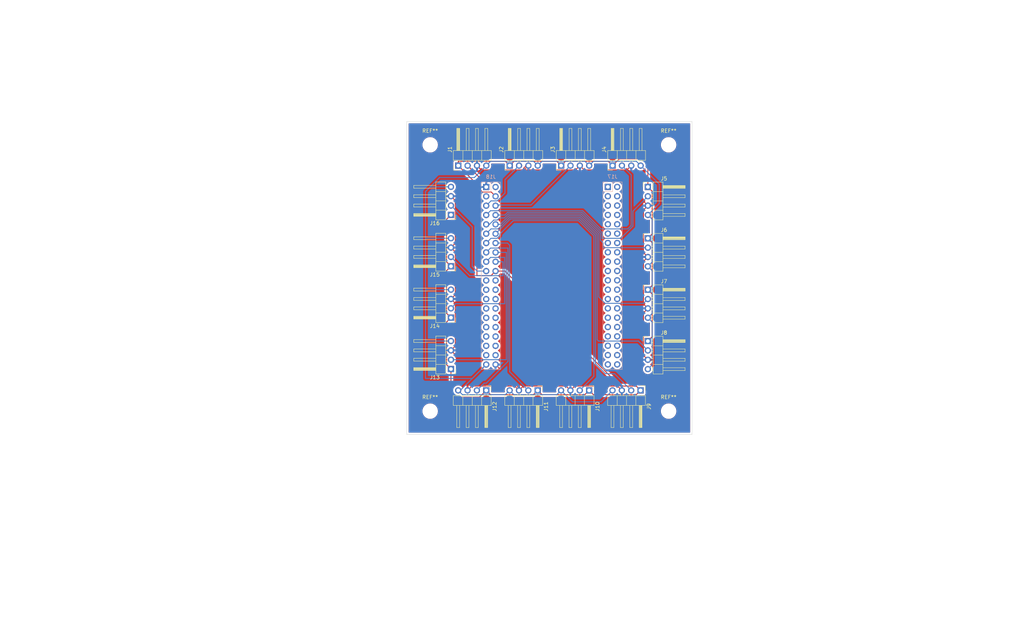
<source format=kicad_pcb>
(kicad_pcb (version 20211014) (generator pcbnew)
  (layers (0 "F.Cu" signal) (31 "B.Cu" signal) (34 "B.Paste" user) (35 "F.Paste" user) (36 "B.SilkS" user "B.Silkscreen") (37 "F.SilkS" user "F.Silkscreen") (38 "B.Mask" user) (39 "F.Mask" user) (44 "Edge.Cuts" user))
  (net 0 "")
  (net 1 "/CLK")
  (net 2 "/D1")
  (net 3 "/GND")
  (net 4 "/3V3")
  (net 5 "/D2")
  (net 6 "/D3")
  (net 7 "/D4")
  (net 8 "/D5")
  (net 9 "/D6")
  (net 10 "/D7")
  (net 11 "/D8")
  (net 12 "/D9")
  (net 13 "/D10")
  (net 14 "/D11")
  (net 15 "/D12")
  (net 16 "/D13")
  (net 17 "/D14")
  (net 18 "/D15")
  (net 19 "/D16")
  (footprint "MountingHole:MountingHole_3.2mm_M3_DIN965" (layer "F.Cu") (at 109.22 12.7)
    (fp_text reference "REF**" (at 0 -3.8) (layer "F.SilkS"))
    (fp_text value "MountingHole_3.2mm_M3_DIN965")
    (pad "" np_thru_hole circle (at 0 0) (size 3.2 3.2) (drill 3.2) (layers *.Cu *.Mask))
  )
  (footprint "MountingHole:MountingHole_3.2mm_M3_DIN965" (layer "F.Cu") (at 109.22 85.09)
    (fp_text reference "REF**" (at 0 -3.8) (layer "F.SilkS"))
    (fp_text value "MountingHole_3.2mm_M3_DIN965")
    (pad "" np_thru_hole circle (at 0 0) (size 3.2 3.2) (drill 3.2) (layers *.Cu *.Mask))
  )
  (footprint "MountingHole:MountingHole_3.2mm_M3_DIN965" (layer "F.Cu") (at 44.45 85.09)
    (fp_text reference "REF**" (at 0 -3.8) (layer "F.SilkS"))
    (fp_text value "MountingHole_3.2mm_M3_DIN965")
    (pad "" np_thru_hole circle (at 0 0) (size 3.2 3.2) (drill 3.2) (layers *.Cu *.Mask))
  )
  (footprint "Connector_PinHeader_2.54mm:PinHeader_1x04_P2.54mm_Horizontal" (layer "F.Cu") (at 101.59 79.445 -90)
    (fp_text reference "J9" (at 4.385 -2.27 90) (layer "F.SilkS"))
    (fp_text value "Conn_01x04")
    (pad "1" thru_hole rect (at 0 0 270) (size 1.7 1.7) (drill 1) (layers *.Cu *.Mask) (net 1 "/CLK"))
    (pad "2" thru_hole oval (at 0 2.54 270) (size 1.7 1.7) (drill 1) (layers *.Cu *.Mask) (net 12 "/D9"))
    (pad "3" thru_hole oval (at 0 5.08 270) (size 1.7 1.7) (drill 1) (layers *.Cu *.Mask) (net 3 "/GND"))
    (pad "4" thru_hole oval (at 0 7.62 270) (size 1.7 1.7) (drill 1) (layers *.Cu *.Mask) (net 4 "/3V3"))
  )
  (footprint "Connector_PinHeader_2.54mm:PinHeader_1x04_P2.54mm_Horizontal" (layer "F.Cu") (at 80.02 18.345 90)
    (fp_text reference "J3" (at 4.385 -2.27 90) (layer "F.SilkS"))
    (fp_text value "Conn_01x04")
    (pad "1" thru_hole rect (at 0 0 90) (size 1.7 1.7) (drill 1) (layers *.Cu *.Mask) (net 1 "/CLK"))
    (pad "2" thru_hole oval (at 0 2.54 90) (size 1.7 1.7) (drill 1) (layers *.Cu *.Mask) (net 6 "/D3"))
    (pad "3" thru_hole oval (at 0 5.08 90) (size 1.7 1.7) (drill 1) (layers *.Cu *.Mask) (net 3 "/GND"))
    (pad "4" thru_hole oval (at 0 7.62 90) (size 1.7 1.7) (drill 1) (layers *.Cu *.Mask) (net 4 "/3V3"))
  )
  (footprint "Connector_PinHeader_2.54mm:PinHeader_1x04_P2.54mm_Horizontal" (layer "F.Cu") (at 103.575 38.11)
    (fp_text reference "J6" (at 4.385 -2.27) (layer "F.SilkS"))
    (fp_text value "Conn_01x04")
    (pad "1" thru_hole rect (at 0 0) (size 1.7 1.7) (drill 1) (layers *.Cu *.Mask) (net 1 "/CLK"))
    (pad "2" thru_hole oval (at 0 2.54) (size 1.7 1.7) (drill 1) (layers *.Cu *.Mask) (net 9 "/D6"))
    (pad "3" thru_hole oval (at 0 5.08) (size 1.7 1.7) (drill 1) (layers *.Cu *.Mask) (net 3 "/GND"))
    (pad "4" thru_hole oval (at 0 7.62) (size 1.7 1.7) (drill 1) (layers *.Cu *.Mask) (net 4 "/3V3"))
  )
  (footprint "Connector_PinHeader_2.54mm:PinHeader_1x04_P2.54mm_Horizontal" (layer "F.Cu") (at 50.095 45.71 180)
    (fp_text reference "J15" (at 4.385 -2.27) (layer "F.SilkS"))
    (fp_text value "Conn_01x04")
    (pad "1" thru_hole rect (at 0 0 180) (size 1.7 1.7) (drill 1) (layers *.Cu *.Mask) (net 1 "/CLK"))
    (pad "2" thru_hole oval (at 0 2.54 180) (size 1.7 1.7) (drill 1) (layers *.Cu *.Mask) (net 18 "/D15"))
    (pad "3" thru_hole oval (at 0 5.08 180) (size 1.7 1.7) (drill 1) (layers *.Cu *.Mask) (net 3 "/GND"))
    (pad "4" thru_hole oval (at 0 7.62 180) (size 1.7 1.7) (drill 1) (layers *.Cu *.Mask) (net 4 "/3V3"))
  )
  (footprint "Connector_PinHeader_2.54mm:PinHeader_1x04_P2.54mm_Horizontal" (layer "F.Cu") (at 103.575 52.08)
    (fp_text reference "J7" (at 4.385 -2.27) (layer "F.SilkS"))
    (fp_text value "Conn_01x04")
    (pad "1" thru_hole rect (at 0 0) (size 1.7 1.7) (drill 1) (layers *.Cu *.Mask) (net 1 "/CLK"))
    (pad "2" thru_hole oval (at 0 2.54) (size 1.7 1.7) (drill 1) (layers *.Cu *.Mask) (net 10 "/D7"))
    (pad "3" thru_hole oval (at 0 5.08) (size 1.7 1.7) (drill 1) (layers *.Cu *.Mask) (net 3 "/GND"))
    (pad "4" thru_hole oval (at 0 7.62) (size 1.7 1.7) (drill 1) (layers *.Cu *.Mask) (net 4 "/3V3"))
  )
  (footprint "Connector_PinHeader_2.54mm:PinHeader_1x04_P2.54mm_Horizontal" (layer "F.Cu") (at 50.095 31.74 180)
    (fp_text reference "J16" (at 4.385 -2.27) (layer "F.SilkS"))
    (fp_text value "Conn_01x04")
    (pad "1" thru_hole rect (at 0 0 180) (size 1.7 1.7) (drill 1) (layers *.Cu *.Mask) (net 1 "/CLK"))
    (pad "2" thru_hole oval (at 0 2.54 180) (size 1.7 1.7) (drill 1) (layers *.Cu *.Mask) (net 19 "/D16"))
    (pad "3" thru_hole oval (at 0 5.08 180) (size 1.7 1.7) (drill 1) (layers *.Cu *.Mask) (net 3 "/GND"))
    (pad "4" thru_hole oval (at 0 7.62 180) (size 1.7 1.7) (drill 1) (layers *.Cu *.Mask) (net 4 "/3V3"))
  )
  (footprint "Connector_PinHeader_2.54mm:PinHeader_1x04_P2.54mm_Horizontal" (layer "F.Cu") (at 50.095 73.65 180)
    (fp_text reference "J13" (at 4.385 -2.27) (layer "F.SilkS"))
    (fp_text value "Conn_01x04")
    (pad "1" thru_hole rect (at 0 0 180) (size 1.7 1.7) (drill 1) (layers *.Cu *.Mask) (net 1 "/CLK"))
    (pad "2" thru_hole oval (at 0 2.54 180) (size 1.7 1.7) (drill 1) (layers *.Cu *.Mask) (net 16 "/D13"))
    (pad "3" thru_hole oval (at 0 5.08 180) (size 1.7 1.7) (drill 1) (layers *.Cu *.Mask) (net 3 "/GND"))
    (pad "4" thru_hole oval (at 0 7.62 180) (size 1.7 1.7) (drill 1) (layers *.Cu *.Mask) (net 4 "/3V3"))
  )
  (footprint "Connector_PinHeader_2.54mm:PinHeader_1x04_P2.54mm_Horizontal" (layer "F.Cu") (at 66.05 18.345 90)
    (fp_text reference "J2" (at 4.385 -2.27 90) (layer "F.SilkS"))
    (fp_text value "Conn_01x04")
    (pad "1" thru_hole rect (at 0 0 90) (size 1.7 1.7) (drill 1) (layers *.Cu *.Mask) (net 1 "/CLK"))
    (pad "2" thru_hole oval (at 0 2.54 90) (size 1.7 1.7) (drill 1) (layers *.Cu *.Mask) (net 5 "/D2"))
    (pad "3" thru_hole oval (at 0 5.08 90) (size 1.7 1.7) (drill 1) (layers *.Cu *.Mask) (net 3 "/GND"))
    (pad "4" thru_hole oval (at 0 7.62 90) (size 1.7 1.7) (drill 1) (layers *.Cu *.Mask) (net 4 "/3V3"))
  )
  (footprint "Connector_PinHeader_2.54mm:PinHeader_1x04_P2.54mm_Horizontal" (layer "F.Cu") (at 50.095 59.68 180)
    (fp_text reference "J14" (at 4.385 -2.27) (layer "F.SilkS"))
    (fp_text value "Conn_01x04")
    (pad "1" thru_hole rect (at 0 0 180) (size 1.7 1.7) (drill 1) (layers *.Cu *.Mask) (net 1 "/CLK"))
    (pad "2" thru_hole oval (at 0 2.54 180) (size 1.7 1.7) (drill 1) (layers *.Cu *.Mask) (net 17 "/D14"))
    (pad "3" thru_hole oval (at 0 5.08 180) (size 1.7 1.7) (drill 1) (layers *.Cu *.Mask) (net 3 "/GND"))
    (pad "4" thru_hole oval (at 0 7.62 180) (size 1.7 1.7) (drill 1) (layers *.Cu *.Mask) (net 4 "/3V3"))
  )
  (footprint "Connector_PinHeader_2.54mm:PinHeader_1x04_P2.54mm_Horizontal" (layer "F.Cu") (at 103.575 66.05)
    (fp_text reference "J8" (at 4.385 -2.27) (layer "F.SilkS"))
    (fp_text value "Conn_01x04")
    (pad "1" thru_hole rect (at 0 0) (size 1.7 1.7) (drill 1) (layers *.Cu *.Mask) (net 1 "/CLK"))
    (pad "2" thru_hole oval (at 0 2.54) (size 1.7 1.7) (drill 1) (layers *.Cu *.Mask) (net 11 "/D8"))
    (pad "3" thru_hole oval (at 0 5.08) (size 1.7 1.7) (drill 1) (layers *.Cu *.Mask) (net 3 "/GND"))
    (pad "4" thru_hole oval (at 0 7.62) (size 1.7 1.7) (drill 1) (layers *.Cu *.Mask) (net 4 "/3V3"))
  )
  (footprint "Connector_PinHeader_2.54mm:PinHeader_1x04_P2.54mm_Horizontal" (layer "F.Cu") (at 103.575 24.14)
    (fp_text reference "J5" (at 4.385 -2.27) (layer "F.SilkS"))
    (fp_text value "Conn_01x04")
    (pad "1" thru_hole rect (at 0 0) (size 1.7 1.7) (drill 1) (layers *.Cu *.Mask) (net 1 "/CLK"))
    (pad "2" thru_hole oval (at 0 2.54) (size 1.7 1.7) (drill 1) (layers *.Cu *.Mask) (net 8 "/D5"))
    (pad "3" thru_hole oval (at 0 5.08) (size 1.7 1.7) (drill 1) (layers *.Cu *.Mask) (net 3 "/GND"))
    (pad "4" thru_hole oval (at 0 7.62) (size 1.7 1.7) (drill 1) (layers *.Cu *.Mask) (net 4 "/3V3"))
  )
  (footprint "Connector_PinHeader_2.54mm:PinHeader_1x04_P2.54mm_Horizontal" (layer "F.Cu") (at 93.99 18.345 90)
    (fp_text reference "J4" (at 4.385 -2.27 90) (layer "F.SilkS"))
    (fp_text value "Conn_01x04")
    (pad "1" thru_hole rect (at 0 0 90) (size 1.7 1.7) (drill 1) (layers *.Cu *.Mask) (net 1 "/CLK"))
    (pad "2" thru_hole oval (at 0 2.54 90) (size 1.7 1.7) (drill 1) (layers *.Cu *.Mask) (net 7 "/D4"))
    (pad "3" thru_hole oval (at 0 5.08 90) (size 1.7 1.7) (drill 1) (layers *.Cu *.Mask) (net 3 "/GND"))
    (pad "4" thru_hole oval (at 0 7.62 90) (size 1.7 1.7) (drill 1) (layers *.Cu *.Mask) (net 4 "/3V3"))
  )
  (footprint "Connector_PinHeader_2.54mm:PinHeader_1x04_P2.54mm_Horizontal" (layer "F.Cu") (at 52.08 18.345 90)
    (fp_text reference "J1" (at 4.385 -2.27 90) (layer "F.SilkS"))
    (fp_text value "Conn_01x04")
    (pad "1" thru_hole rect (at 0 0 90) (size 1.7 1.7) (drill 1) (layers *.Cu *.Mask) (net 1 "/CLK"))
    (pad "2" thru_hole oval (at 0 2.54 90) (size 1.7 1.7) (drill 1) (layers *.Cu *.Mask) (net 2 "/D1"))
    (pad "3" thru_hole oval (at 0 5.08 90) (size 1.7 1.7) (drill 1) (layers *.Cu *.Mask) (net 3 "/GND"))
    (pad "4" thru_hole oval (at 0 7.62 90) (size 1.7 1.7) (drill 1) (layers *.Cu *.Mask) (net 4 "/3V3"))
  )
  (footprint "Connector_PinHeader_2.54mm:PinHeader_1x04_P2.54mm_Horizontal" (layer "F.Cu") (at 87.62 79.445 -90)
    (fp_text reference "J10" (at 4.385 -2.27 90) (layer "F.SilkS"))
    (fp_text value "Conn_01x04")
    (pad "1" thru_hole rect (at 0 0 270) (size 1.7 1.7) (drill 1) (layers *.Cu *.Mask) (net 1 "/CLK"))
    (pad "2" thru_hole oval (at 0 2.54 270) (size 1.7 1.7) (drill 1) (layers *.Cu *.Mask) (net 13 "/D10"))
    (pad "3" thru_hole oval (at 0 5.08 270) (size 1.7 1.7) (drill 1) (layers *.Cu *.Mask) (net 3 "/GND"))
    (pad "4" thru_hole oval (at 0 7.62 270) (size 1.7 1.7) (drill 1) (layers *.Cu *.Mask) (net 4 "/3V3"))
  )
  (footprint "MountingHole:MountingHole_3.2mm_M3_DIN965" (layer "F.Cu") (at 44.45 12.7)
    (fp_text reference "REF**" (at 0 -3.8) (layer "F.SilkS"))
    (fp_text value "MountingHole_3.2mm_M3_DIN965")
    (pad "" np_thru_hole circle (at 0 0) (size 3.2 3.2) (drill 3.2) (layers *.Cu *.Mask))
  )
  (footprint "Connector_PinHeader_2.54mm:PinHeader_1x04_P2.54mm_Horizontal" (layer "F.Cu") (at 73.65 79.445 -90)
    (fp_text reference "J11" (at 4.385 -2.27 90) (layer "F.SilkS"))
    (fp_text value "Conn_01x04")
    (pad "1" thru_hole rect (at 0 0 270) (size 1.7 1.7) (drill 1) (layers *.Cu *.Mask) (net 1 "/CLK"))
    (pad "2" thru_hole oval (at 0 2.54 270) (size 1.7 1.7) (drill 1) (layers *.Cu *.Mask) (net 14 "/D11"))
    (pad "3" thru_hole oval (at 0 5.08 270) (size 1.7 1.7) (drill 1) (layers *.Cu *.Mask) (net 3 "/GND"))
    (pad "4" thru_hole oval (at 0 7.62 270) (size 1.7 1.7) (drill 1) (layers *.Cu *.Mask) (net 4 "/3V3"))
  )
  (footprint "Connector_PinHeader_2.54mm:PinHeader_1x04_P2.54mm_Horizontal" (layer "F.Cu") (at 59.68 79.445 -90)
    (fp_text reference "J12" (at 4.385 -2.27 90) (layer "F.SilkS"))
    (fp_text value "Conn_01x04")
    (pad "1" thru_hole rect (at 0 0 270) (size 1.7 1.7) (drill 1) (layers *.Cu *.Mask) (net 1 "/CLK"))
    (pad "2" thru_hole oval (at 0 2.54 270) (size 1.7 1.7) (drill 1) (layers *.Cu *.Mask) (net 15 "/D12"))
    (pad "3" thru_hole oval (at 0 5.08 270) (size 1.7 1.7) (drill 1) (layers *.Cu *.Mask) (net 3 "/GND"))
    (pad "4" thru_hole oval (at 0 7.62 270) (size 1.7 1.7) (drill 1) (layers *.Cu *.Mask) (net 4 "/3V3"))
  )
  (footprint "Connector_PinSocket_2.54mm:PinSocket_2x20_P2.54mm_Vertical" (layer "B.Cu") (at 59.67 24.16 180)
    (fp_text reference "J18" (at -1.27 2.77) (layer "B.SilkS") (effects (justify mirror)))
    (fp_text value "Conn_02x20_Odd_Even")
    (pad "1" thru_hole rect (at 0 0 180) (size 1.7 1.7) (drill 1) (layers *.Cu *.Mask) (net 3 "/GND"))
    (pad "2" thru_hole oval (at -2.54 0 180) (size 1.7 1.7) (drill 1) (layers *.Cu *.Mask))
    (pad "3" thru_hole oval (at 0 -2.54 180) (size 1.7 1.7) (drill 1) (layers *.Cu *.Mask))
    (pad "4" thru_hole oval (at -2.54 -2.54 180) (size 1.7 1.7) (drill 1) (layers *.Cu *.Mask) (net 2 "/D1"))
    (pad "5" thru_hole oval (at 0 -5.08 180) (size 1.7 1.7) (drill 1) (layers *.Cu *.Mask) (net 5 "/D2"))
    (pad "6" thru_hole oval (at -2.54 -5.08 180) (size 1.7 1.7) (drill 1) (layers *.Cu *.Mask) (net 6 "/D3"))
    (pad "7" thru_hole oval (at 0 -7.62 180) (size 1.7 1.7) (drill 1) (layers *.Cu *.Mask) (net 7 "/D4"))
    (pad "8" thru_hole oval (at -2.54 -7.62 180) (size 1.7 1.7) (drill 1) (layers *.Cu *.Mask) (net 8 "/D5"))
    (pad "9" thru_hole oval (at 0 -10.16 180) (size 1.7 1.7) (drill 1) (layers *.Cu *.Mask) (net 9 "/D6"))
    (pad "10" thru_hole oval (at -2.54 -10.16 180) (size 1.7 1.7) (drill 1) (layers *.Cu *.Mask) (net 10 "/D7"))
    (pad "11" thru_hole oval (at 0 -12.7 180) (size 1.7 1.7) (drill 1) (layers *.Cu *.Mask) (net 11 "/D8"))
    (pad "12" thru_hole oval (at -2.54 -12.7 180) (size 1.7 1.7) (drill 1) (layers *.Cu *.Mask) (net 12 "/D9"))
    (pad "13" thru_hole oval (at 0 -15.24 180) (size 1.7 1.7) (drill 1) (layers *.Cu *.Mask) (net 13 "/D10"))
    (pad "14" thru_hole oval (at -2.54 -15.24 180) (size 1.7 1.7) (drill 1) (layers *.Cu *.Mask) (net 14 "/D11"))
    (pad "15" thru_hole oval (at 0 -17.78 180) (size 1.7 1.7) (drill 1) (layers *.Cu *.Mask) (net 15 "/D12"))
    (pad "16" thru_hole oval (at -2.54 -17.78 180) (size 1.7 1.7) (drill 1) (layers *.Cu *.Mask) (net 16 "/D13"))
    (pad "17" thru_hole oval (at 0 -20.32 180) (size 1.7 1.7) (drill 1) (layers *.Cu *.Mask) (net 17 "/D14"))
    (pad "18" thru_hole oval (at -2.54 -20.32 180) (size 1.7 1.7) (drill 1) (layers *.Cu *.Mask) (net 18 "/D15"))
    (pad "19" thru_hole oval (at 0 -22.86 180) (size 1.7 1.7) (drill 1) (layers *.Cu *.Mask) (net 19 "/D16"))
    (pad "20" thru_hole oval (at -2.54 -22.86 180) (size 1.7 1.7) (drill 1) (layers *.Cu *.Mask) (net 1 "/CLK"))
    (pad "21" thru_hole oval (at 0 -25.4 180) (size 1.7 1.7) (drill 1) (layers *.Cu *.Mask))
    (pad "22" thru_hole oval (at -2.54 -25.4 180) (size 1.7 1.7) (drill 1) (layers *.Cu *.Mask))
    (pad "23" thru_hole oval (at 0 -27.94 180) (size 1.7 1.7) (drill 1) (layers *.Cu *.Mask))
    (pad "24" thru_hole oval (at -2.54 -27.94 180) (size 1.7 1.7) (drill 1) (layers *.Cu *.Mask))
    (pad "25" thru_hole oval (at 0 -30.48 180) (size 1.7 1.7) (drill 1) (layers *.Cu *.Mask))
    (pad "26" thru_hole oval (at -2.54 -30.48 180) (size 1.7 1.7) (drill 1) (layers *.Cu *.Mask))
    (pad "27" thru_hole oval (at 0 -33.02 180) (size 1.7 1.7) (drill 1) (layers *.Cu *.Mask))
    (pad "28" thru_hole oval (at -2.54 -33.02 180) (size 1.7 1.7) (drill 1) (layers *.Cu *.Mask))
    (pad "29" thru_hole oval (at 0 -35.56 180) (size 1.7 1.7) (drill 1) (layers *.Cu *.Mask))
    (pad "30" thru_hole oval (at -2.54 -35.56 180) (size 1.7 1.7) (drill 1) (layers *.Cu *.Mask))
    (pad "31" thru_hole oval (at 0 -38.1 180) (size 1.7 1.7) (drill 1) (layers *.Cu *.Mask))
    (pad "32" thru_hole oval (at -2.54 -38.1 180) (size 1.7 1.7) (drill 1) (layers *.Cu *.Mask))
    (pad "33" thru_hole oval (at 0 -40.64 180) (size 1.7 1.7) (drill 1) (layers *.Cu *.Mask))
    (pad "34" thru_hole oval (at -2.54 -40.64 180) (size 1.7 1.7) (drill 1) (layers *.Cu *.Mask))
    (pad "35" thru_hole oval (at 0 -43.18 180) (size 1.7 1.7) (drill 1) (layers *.Cu *.Mask))
    (pad "36" thru_hole oval (at -2.54 -43.18 180) (size 1.7 1.7) (drill 1) (layers *.Cu *.Mask))
    (pad "37" thru_hole oval (at 0 -45.72 180) (size 1.7 1.7) (drill 1) (layers *.Cu *.Mask))
    (pad "38" thru_hole oval (at -2.54 -45.72 180) (size 1.7 1.7) (drill 1) (layers *.Cu *.Mask))
    (pad "39" thru_hole oval (at 0 -48.26 180) (size 1.7 1.7) (drill 1) (layers *.Cu *.Mask) (net 4 "/3V3"))
    (pad "40" thru_hole oval (at -2.54 -48.26 180) (size 1.7 1.7) (drill 1) (layers *.Cu *.Mask) (net 3 "/GND"))
  )
  (footprint "Connector_PinSocket_2.54mm:PinSocket_2x20_P2.54mm_Vertical" (layer "B.Cu") (at 92.71 24.13 180)
    (fp_text reference "J17" (at -1.27 2.77) (layer "B.SilkS") (effects (justify mirror)))
    (fp_text value "Conn_02x20_Odd_Even")
    (pad "1" thru_hole rect (at 0 0 180) (size 1.7 1.7) (drill 1) (layers *.Cu *.Mask))
    (pad "2" thru_hole oval (at -2.54 0 180) (size 1.7 1.7) (drill 1) (layers *.Cu *.Mask))
    (pad "3" thru_hole oval (at 0 -2.54 180) (size 1.7 1.7) (drill 1) (layers *.Cu *.Mask))
    (pad "4" thru_hole oval (at -2.54 -2.54 180) (size 1.7 1.7) (drill 1) (layers *.Cu *.Mask))
    (pad "5" thru_hole oval (at 0 -5.08 180) (size 1.7 1.7) (drill 1) (layers *.Cu *.Mask))
    (pad "6" thru_hole oval (at -2.54 -5.08 180) (size 1.7 1.7) (drill 1) (layers *.Cu *.Mask))
    (pad "7" thru_hole oval (at 0 -7.62 180) (size 1.7 1.7) (drill 1) (layers *.Cu *.Mask))
    (pad "8" thru_hole oval (at -2.54 -7.62 180) (size 1.7 1.7) (drill 1) (layers *.Cu *.Mask))
    (pad "9" thru_hole oval (at 0 -10.16 180) (size 1.7 1.7) (drill 1) (layers *.Cu *.Mask))
    (pad "10" thru_hole oval (at -2.54 -10.16 180) (size 1.7 1.7) (drill 1) (layers *.Cu *.Mask))
    (pad "11" thru_hole oval (at 0 -12.7 180) (size 1.7 1.7) (drill 1) (layers *.Cu *.Mask))
    (pad "12" thru_hole oval (at -2.54 -12.7 180) (size 1.7 1.7) (drill 1) (layers *.Cu *.Mask))
    (pad "13" thru_hole oval (at 0 -15.24 180) (size 1.7 1.7) (drill 1) (layers *.Cu *.Mask))
    (pad "14" thru_hole oval (at -2.54 -15.24 180) (size 1.7 1.7) (drill 1) (layers *.Cu *.Mask))
    (pad "15" thru_hole oval (at 0 -17.78 180) (size 1.7 1.7) (drill 1) (layers *.Cu *.Mask))
    (pad "16" thru_hole oval (at -2.54 -17.78 180) (size 1.7 1.7) (drill 1) (layers *.Cu *.Mask))
    (pad "17" thru_hole oval (at 0 -20.32 180) (size 1.7 1.7) (drill 1) (layers *.Cu *.Mask))
    (pad "18" thru_hole oval (at -2.54 -20.32 180) (size 1.7 1.7) (drill 1) (layers *.Cu *.Mask))
    (pad "19" thru_hole oval (at 0 -22.86 180) (size 1.7 1.7) (drill 1) (layers *.Cu *.Mask))
    (pad "20" thru_hole oval (at -2.54 -22.86 180) (size 1.7 1.7) (drill 1) (layers *.Cu *.Mask))
    (pad "21" thru_hole oval (at 0 -25.4 180) (size 1.7 1.7) (drill 1) (layers *.Cu *.Mask))
    (pad "22" thru_hole oval (at -2.54 -25.4 180) (size 1.7 1.7) (drill 1) (layers *.Cu *.Mask))
    (pad "23" thru_hole oval (at 0 -27.94 180) (size 1.7 1.7) (drill 1) (layers *.Cu *.Mask))
    (pad "24" thru_hole oval (at -2.54 -27.94 180) (size 1.7 1.7) (drill 1) (layers *.Cu *.Mask))
    (pad "25" thru_hole oval (at 0 -30.48 180) (size 1.7 1.7) (drill 1) (layers *.Cu *.Mask))
    (pad "26" thru_hole oval (at -2.54 -30.48 180) (size 1.7 1.7) (drill 1) (layers *.Cu *.Mask))
    (pad "27" thru_hole oval (at 0 -33.02 180) (size 1.7 1.7) (drill 1) (layers *.Cu *.Mask))
    (pad "28" thru_hole oval (at -2.54 -33.02 180) (size 1.7 1.7) (drill 1) (layers *.Cu *.Mask))
    (pad "29" thru_hole oval (at 0 -35.56 180) (size 1.7 1.7) (drill 1) (layers *.Cu *.Mask))
    (pad "30" thru_hole oval (at -2.54 -35.56 180) (size 1.7 1.7) (drill 1) (layers *.Cu *.Mask))
    (pad "31" thru_hole oval (at 0 -38.1 180) (size 1.7 1.7) (drill 1) (layers *.Cu *.Mask))
    (pad "32" thru_hole oval (at -2.54 -38.1 180) (size 1.7 1.7) (drill 1) (layers *.Cu *.Mask))
    (pad "33" thru_hole oval (at 0 -40.64 180) (size 1.7 1.7) (drill 1) (layers *.Cu *.Mask))
    (pad "34" thru_hole oval (at -2.54 -40.64 180) (size 1.7 1.7) (drill 1) (layers *.Cu *.Mask))
    (pad "35" thru_hole oval (at 0 -43.18 180) (size 1.7 1.7) (drill 1) (layers *.Cu *.Mask))
    (pad "36" thru_hole oval (at -2.54 -43.18 180) (size 1.7 1.7) (drill 1) (layers *.Cu *.Mask))
    (pad "37" thru_hole oval (at 0 -45.72 180) (size 1.7 1.7) (drill 1) (layers *.Cu *.Mask))
    (pad "38" thru_hole oval (at -2.54 -45.72 180) (size 1.7 1.7) (drill 1) (layers *.Cu *.Mask))
    (pad "39" thru_hole oval (at 0 -48.26 180) (size 1.7 1.7) (drill 1) (layers *.Cu *.Mask))
    (pad "40" thru_hole oval (at -2.54 -48.26 180) (size 1.7 1.7) (drill 1) (layers *.Cu *.Mask))
  )
  (gr_line (start 38.1 91.44) (end 38.1 6.35) (layer "Edge.Cuts") (width 0.1))
  (gr_line (start 115.57 6.35) (end 115.57 91.44) (layer "Edge.Cuts") (width 0.1))
  (gr_line (start 38.1 6.35) (end 115.57 6.35) (layer "Edge.Cuts") (width 0.1))
  (gr_line (start 115.57 91.44) (end 38.1 91.44) (layer "Edge.Cuts") (width 0.1))
  (segment (start 52.155 17.17) (end 64.875 17.17) (width 0.25) (layer "F.Cu") (net 1))
  (segment (start 86.445 80.62) (end 87.62 79.445) (width 0.25) (layer "F.Cu") (net 1))
  (segment (start 60.855 80.62) (end 72.475 80.62) (width 0.25) (layer "F.Cu") (net 1))
  (segment (start 78.845 17.17) (end 67.225 17.17) (width 0.25) (layer "F.Cu") (net 1))
  (segment (start 48.92 58.505) (end 50.095 59.68) (width 0.25) (layer "F.Cu") (net 1))
  (segment (start 73.65 79.445) (end 74.825 80.62) (width 0.25) (layer "F.Cu") (net 1))
  (segment (start 57.845 81.28) (end 49.53 81.28) (width 0.25) (layer "F.Cu") (net 1))
  (segment (start 67.225 17.17) (end 66.05 18.345) (width 0.25) (layer "F.Cu") (net 1))
  (segment (start 88.795 80.62) (end 87.62 79.445) (width 0.25) (layer "F.Cu") (net 1))
  (segment (start 103.575 52.08) (end 104.75 50.905) (width 0.25) (layer "F.Cu") (net 1))
  (segment (start 103.575 24.14) (end 103.575 17.215) (width 0.25) (layer "F.Cu") (net 1))
  (segment (start 50.095 45.71) (end 48.92 46.885) (width 0.25) (layer "F.Cu") (net 1))
  (segment (start 104.75 36.935) (end 104.75 25.315) (width 0.25) (layer "F.Cu") (net 1))
  (segment (start 50.095 31.74) (end 48.92 32.915) (width 0.25) (layer "F.Cu") (net 1))
  (segment (start 101.59 79.445) (end 100.415 80.62) (width 0.25) (layer "F.Cu") (net 1))
  (segment (start 52.08 18.345) (end 52.08 17.245) (width 0.25) (layer "F.Cu") (net 1))
  (segment (start 74.825 80.62) (end 86.445 80.62) (width 0.25) (layer "F.Cu") (net 1))
  (segment (start 48.92 46.885) (end 48.92 58.505) (width 0.25) (layer "F.Cu") (net 1))
  (segment (start 104.75 39.285) (end 103.575 38.11) (width 0.25) (layer "F.Cu") (net 1))
  (segment (start 92.815 17.17) (end 81.195 17.17) (width 0.25) (layer "F.Cu") (net 1))
  (segment (start 93.99 18.345) (end 92.815 17.17) (width 0.25) (layer "F.Cu") (net 1))
  (segment (start 48.92 72.475) (end 50.095 73.65) (width 0.25) (layer "F.Cu") (net 1))
  (segment (start 59.68 79.445) (end 57.845 81.28) (width 0.25) (layer "F.Cu") (net 1))
  (segment (start 101.59 79.445) (end 100.415 78.27) (width 0.25) (layer "F.Cu") (net 1))
  (segment (start 95.825 16.51) (end 93.99 18.345) (width 0.25) (layer "F.Cu") (net 1))
  (segment (start 96.023299 78.27) (end 64.773299 47.02) (width 0.25) (layer "F.Cu") (net 1))
  (segment (start 64.875 17.17) (end 66.05 18.345) (width 0.25) (layer "F.Cu") (net 1))
  (segment (start 59.68 79.445) (end 60.855 80.62) (width 0.25) (layer "F.Cu") (net 1))
  (segment (start 48.92 60.855) (end 48.92 72.475) (width 0.25) (layer "F.Cu") (net 1))
  (segment (start 102.87 16.51) (end 95.825 16.51) (width 0.25) (layer "F.Cu") (net 1))
  (segment (start 50.095 59.68) (end 48.92 60.855) (width 0.25) (layer "F.Cu") (net 1))
  (segment (start 80.02 18.345) (end 78.845 17.17) (width 0.25) (layer "F.Cu") (net 1))
  (segment (start 60.97 48.26) (end 62.21 47.02) (width 0.25) (layer "F.Cu") (net 1))
  (segment (start 57.15 48.26) (end 60.97 48.26) (width 0.25) (layer "F.Cu") (net 1))
  (segment (start 49.53 81.28) (end 50.095 80.715) (width 0.25) (layer "F.Cu") (net 1))
  (segment (start 104.75 50.905) (end 104.75 39.285) (width 0.25) (layer "F.Cu") (net 1))
  (segment (start 81.195 17.17) (end 80.02 18.345) (width 0.25) (layer "F.Cu") (net 1))
  (segment (start 100.415 78.27) (end 96.023299 78.27) (width 0.25) (layer "F.Cu") (net 1))
  (segment (start 48.92 32.915) (end 48.92 44.535) (width 0.25) (layer "F.Cu") (net 1))
  (segment (start 103.575 66.05) (end 104.75 64.875) (width 0.25) (layer "F.Cu") (net 1))
  (segment (start 100.415 80.62) (end 88.795 80.62) (width 0.25) (layer "F.Cu") (net 1))
  (segment (start 52.08 17.245) (end 52.155 17.17) (width 0.25) (layer "F.Cu") (net 1))
  (segment (start 104.75 64.875) (end 104.75 53.255) (width 0.25) (layer "F.Cu") (net 1))
  (segment (start 64.773299 47.02) (end 62.21 47.02) (width 0.25) (layer "F.Cu") (net 1))
  (segment (start 104.75 25.315) (end 103.575 24.14) (width 0.25) (layer "F.Cu") (net 1))
  (segment (start 103.575 38.11) (end 104.75 36.935) (width 0.25) (layer "F.Cu") (net 1))
  (segment (start 50.095 80.715) (end 50.095 73.65) (width 0.25) (layer "F.Cu") (net 1))
  (segment (start 103.575 17.215) (end 102.87 16.51) (width 0.25) (layer "F.Cu") (net 1))
  (segment (start 48.92 44.535) (end 50.095 45.71) (width 0.25) (layer "F.Cu") (net 1))
  (segment (start 72.475 80.62) (end 73.65 79.445) (width 0.25) (layer "F.Cu") (net 1))
  (segment (start 104.75 53.255) (end 103.575 52.08) (width 0.25) (layer "F.Cu") (net 1))
  (segment (start 52.08 18.345) (end 57.15 23.415) (width 0.25) (layer "F.Cu") (net 1))
  (segment (start 57.15 23.415) (end 57.15 48.26) (width 0.25) (layer "F.Cu") (net 1))
  (segment (start 58.67 25.525) (end 57.599501 24.454501) (width 0.25) (layer "F.Cu") (net 2))
  (segment (start 57.599501 21.324501) (end 54.62 18.345) (width 0.25) (layer "F.Cu") (net 2))
  (segment (start 62.21 26.7) (end 61.035 25.525) (width 0.25) (layer "F.Cu") (net 2))
  (segment (start 61.035 25.525) (end 58.67 25.525) (width 0.25) (layer "F.Cu") (net 2))
  (segment (start 57.599501 24.454501) (end 57.599501 21.324501) (width 0.25) (layer "F.Cu") (net 2))
  (segment (start 103.575 43.19) (end 102.4 42.015) (width 0.25) (layer "F.Cu") (net 3))
  (segment (start 102.4 69.955) (end 103.575 71.13) (width 0.25) (layer "F.Cu") (net 3))
  (segment (start 103.575 57.16) (end 102.4 58.335) (width 0.25) (layer "F.Cu") (net 3))
  (segment (start 51.27 67.395) (end 51.27 55.775) (width 0.25) (layer "F.Cu") (net 3))
  (segment (start 51.27 55.775) (end 50.095 54.6) (width 0.25) (layer "F.Cu") (net 3))
  (segment (start 99.07 24.715) (end 103.575 29.22) (width 0.25) (layer "F.Cu") (net 3))
  (segment (start 96.51 79.445) (end 95.335 78.27) (width 0.25) (layer "F.Cu") (net 3))
  (segment (start 103.575 57.16) (end 102.4 55.985) (width 0.25) (layer "F.Cu") (net 3))
  (segment (start 70.32 19.52) (end 69.85 19.05) (width 0.25) (layer "F.Cu") (net 3))
  (segment (start 68.57 79.445) (end 69.745 78.27) (width 0.25) (layer "F.Cu") (net 3))
  (segment (start 95.335 78.27) (end 83.715 78.27) (width 0.25) (layer "F.Cu") (net 3))
  (segment (start 58.335 19.52) (end 57.16 18.345) (width 0.25) (layer "F.Cu") (net 3))
  (segment (start 69.85 19.05) (end 70.555 18.345) (width 0.25) (layer "F.Cu") (net 3))
  (segment (start 70.555 18.345) (end 71.13 18.345) (width 0.25) (layer "F.Cu") (net 3))
  (segment (start 59.67 20.855) (end 59.67 24.16) (width 0.25) (layer "F.Cu") (net 3))
  (segment (start 81.365 78.27) (end 82.54 79.445) (width 0.25) (layer "F.Cu") (net 3))
  (segment (start 102.4 55.985) (end 102.4 44.365) (width 0.25) (layer "F.Cu") (net 3))
  (segment (start 68.57 78.78) (end 68.57 79.445) (width 0.25) (layer "F.Cu") (net 3))
  (segment (start 51.27 41.805) (end 50.095 40.63) (width 0.25) (layer "F.Cu") (net 3))
  (segment (start 99.07 18.345) (end 97.895 19.52) (width 0.25) (layer "F.Cu") (net 3))
  (segment (start 62.21 72.42) (end 68.57 78.78) (width 0.25) (layer "F.Cu") (net 3))
  (segment (start 67.395 78.27) (end 68.57 79.445) (width 0.25) (layer "F.Cu") (net 3))
  (segment (start 97.895 19.52) (end 86.275 19.52) (width 0.25) (layer "F.Cu") (net 3))
  (segment (start 83.715 78.27) (end 82.54 79.445) (width 0.25) (layer "F.Cu") (net 3))
  (segment (start 102.4 44.365) (end 103.575 43.19) (width 0.25) (layer "F.Cu") (net 3))
  (segment (start 50.095 26.66) (end 51.27 27.835) (width 0.25) (layer "F.Cu") (net 3))
  (segment (start 51.27 39.455) (end 50.095 40.63) (width 0.25) (layer "F.Cu") (net 3))
  (segment (start 86.275 19.52) (end 85.1 18.345) (width 0.25) (layer "F.Cu") (net 3))
  (segment (start 69.955 19.52) (end 58.335 19.52) (width 0.25) (layer "F.Cu") (net 3))
  (segment (start 54.6 79.445) (end 55.775 78.27) (width 0.25) (layer "F.Cu") (net 3))
  (segment (start 99.07 18.345) (end 99.07 24.715) (width 0.25) (layer "F.Cu") (net 3))
  (segment (start 51.27 53.425) (end 51.27 41.805) (width 0.25) (layer "F.Cu") (net 3))
  (segment (start 50.095 68.57) (end 51.27 67.395) (width 0.25) (layer "F.Cu") (net 3))
  (segment (start 50.095 54.6) (end 51.27 53.425) (width 0.25) (layer "F.Cu") (net 3))
  (segment (start 71.13 18.345) (end 69.955 19.52) (width 0.25) (layer "F.Cu") (net 3))
  (segment (start 102.4 58.335) (end 102.4 69.955) (width 0.25) (layer "F.Cu") (net 3))
  (segment (start 85.1 18.345) (end 83.925 19.52) (width 0.25) (layer "F.Cu") (net 3))
  (segment (start 83.925 19.52) (end 70.32 19.52) (width 0.25) (layer "F.Cu") (net 3))
  (segment (start 51.27 27.835) (end 51.27 39.455) (width 0.25) (layer "F.Cu") (net 3))
  (segment (start 57.16 18.345) (end 59.67 20.855) (width 0.25) (layer "F.Cu") (net 3))
  (segment (start 54.6 73.075) (end 54.6 79.445) (width 0.25) (layer "F.Cu") (net 3))
  (segment (start 69.745 78.27) (end 81.365 78.27) (width 0.25) (layer "F.Cu") (net 3))
  (segment (start 102.4 42.015) (end 102.4 30.395) (width 0.25) (layer "F.Cu") (net 3))
  (segment (start 102.4 30.395) (end 103.575 29.22) (width 0.25) (layer "F.Cu") (net 3))
  (segment (start 50.095 68.57) (end 54.6 73.075) (width 0.25) (layer "F.Cu") (net 3))
  (segment (start 55.775 78.27) (end 67.395 78.27) (width 0.25) (layer "F.Cu") (net 3))
  (segment (start 90.865 82.55) (end 83.105 82.55) (width 0.25) (layer "B.Cu") (net 4))
  (segment (start 104.75 32.935) (end 103.575 31.76) (width 0.25) (layer "B.Cu") (net 4))
  (segment (start 86.465 17.17) (end 74.845 17.17) (width 0.25) (layer "B.Cu") (net 4))
  (segment (start 43.19 52.06) (end 43.18 52.07) (width 0.25) (layer "B.Cu") (net 4))
  (segment (start 52.06 79.445) (end 53.235 80.62) (width 0.25) (layer "B.Cu") (net 4))
  (segment (start 73.67 18.345) (end 72.495 17.17) (width 0.25) (layer "B.Cu") (net 4))
  (segment (start 59.66 72.42) (end 52.635 79.445) (width 0.25) (layer "B.Cu") (net 4))
  (segment (start 83.105 82.55) (end 80 79.445) (width 0.25) (layer "B.Cu") (net 4))
  (segment (start 50.095 38.09) (end 43.19 38.09) (width 0.25) (layer "B.Cu") (net 4))
  (segment (start 103.575 45.73) (end 104.75 44.555) (width 0.25) (layer "B.Cu") (net 4))
  (segment (start 104.75 58.525) (end 104.75 46.905) (width 0.25) (layer "B.Cu") (net 4))
  (segment (start 74.845 17.17) (end 73.67 18.345) (width 0.25) (layer "B.Cu") (net 4))
  (segment (start 43.18 52.07) (end 43.18 76.2) (width 0.25) (layer "B.Cu") (net 4))
  (segment (start 44.46 24.12) (end 44.45 24.13) (width 0.25) (layer "B.Cu") (net 4))
  (segment (start 101.61 18.345) (end 106.68 23.415) (width 0.25) (layer "B.Cu") (net 4))
  (segment (start 78.825 80.62) (end 80 79.445) (width 0.25) (layer "B.Cu") (net 4))
  (segment (start 43.19 38.09) (end 43.18 38.1) (width 0.25) (layer "B.Cu") (net 4))
  (segment (start 106.68 23.415) (end 106.68 28.655) (width 0.25) (layer "B.Cu") (net 4))
  (segment (start 59.67 72.42) (end 59.66 72.42) (width 0.25) (layer "B.Cu") (net 4))
  (segment (start 66.03 79.445) (end 67.205 80.62) (width 0.25) (layer "B.Cu") (net 4))
  (segment (start 103.575 59.7) (end 104.75 58.525) (width 0.25) (layer "B.Cu") (net 4))
  (segment (start 87.64 18.345) (end 86.465 17.17) (width 0.25) (layer "B.Cu") (net 4))
  (segment (start 43.19 66.03) (end 43.18 66.04) (width 0.25) (layer "B.Cu") (net 4))
  (segment (start 72.495 17.17) (end 60.875 17.17) (width 0.25) (layer "B.Cu") (net 4))
  (segment (start 100.435 17.17) (end 88.815 17.17) (width 0.25) (layer "B.Cu") (net 4))
  (segment (start 43.18 38.1) (end 43.18 52.07) (width 0.25) (layer "B.Cu") (net 4))
  (segment (start 104.75 72.495) (end 104.75 60.875) (width 0.25) (layer "B.Cu") (net 4))
  (segment (start 103.575 73.67) (end 104.75 72.495) (width 0.25) (layer "B.Cu") (net 4))
  (segment (start 104.75 46.905) (end 103.575 45.73) (width 0.25) (layer "B.Cu") (net 4))
  (segment (start 56.455 21.59) (end 46.99 21.59) (width 0.25) (layer "B.Cu") (net 4))
  (segment (start 50.095 66.03) (end 43.19 66.03) (width 0.25) (layer "B.Cu") (net 4))
  (segment (start 104.75 60.875) (end 103.575 59.7) (width 0.25) (layer "B.Cu") (net 4))
  (segment (start 55.89 76.2) (end 59.67 72.42) (width 0.25) (layer "B.Cu") (net 4))
  (segment (start 60.875 17.17) (end 59.7 18.345) (width 0.25) (layer "B.Cu") (net 4))
  (segment (start 64.855 80.62) (end 66.03 79.445) (width 0.25) (layer "B.Cu") (net 4))
  (segment (start 88.815 17.17) (end 87.64 18.345) (width 0.25) (layer "B.Cu") (net 4))
  (segment (start 52.635 79.445) (end 52.06 79.445) (width 0.25) (layer "B.Cu") (net 4))
  (segment (start 53.235 80.62) (end 64.855 80.62) (width 0.25) (layer "B.Cu") (net 4))
  (segment (start 59.7 18.345) (end 56.455 21.59) (width 0.25) (layer "B.Cu") (net 4))
  (segment (start 50.095 52.06) (end 43.19 52.06) (width 0.25) (layer "B.Cu") (net 4))
  (segment (start 46.99 21.59) (end 43.18 25.4) (width 0.25) (layer "B.Cu") (net 4))
  (segment (start 43.18 25.4) (end 43.18 38.1) (width 0.25) (layer "B.Cu") (net 4))
  (segment (start 67.205 80.62) (end 78.825 80.62) (width 0.25) (layer "B.Cu") (net 4))
  (segment (start 104.75 44.555) (end 104.75 32.935) (width 0.25) (layer "B.Cu") (net 4))
  (segment (start 101.61 18.345) (end 100.435 17.17) (width 0.25) (layer "B.Cu") (net 4))
  (segment (start 106.68 28.655) (end 103.575 31.76) (width 0.25) (layer "B.Cu") (net 4))
  (segment (start 43.18 76.2) (end 55.89 76.2) (width 0.25) (layer "B.Cu") (net 4))
  (segment (start 93.97 79.445) (end 90.865 82.55) (width 0.25) (layer "B.Cu") (net 4))
  (segment (start 50.095 24.12) (end 44.46 24.12) (width 0.25) (layer "B.Cu") (net 4))
  (segment (start 60.96 27.95) (end 59.67 29.24) (width 0.25) (layer "B.Cu") (net 5))
  (segment (start 64.77 25.801701) (end 62.631701 27.94) (width 0.25) (layer "B.Cu") (net 5))
  (segment (start 60.96 27.94) (end 60.96 27.95) (width 0.25) (layer "B.Cu") (net 5))
  (segment (start 64.77 22.165) (end 64.77 25.801701) (width 0.25) (layer "B.Cu") (net 5))
  (segment (start 62.631701 27.94) (end 60.96 27.94) (width 0.25) (layer "B.Cu") (net 5))
  (segment (start 68.59 18.345) (end 64.77 22.165) (width 0.25) (layer "B.Cu") (net 5))
  (segment (start 82.56 18.345) (end 71.852006 29.052994) (width 0.25) (layer "B.Cu") (net 6))
  (segment (start 71.852006 29.052994) (end 62.397006 29.052994) (width 0.25) (layer "B.Cu") (net 6))
  (segment (start 62.397006 29.052994) (end 62.21 29.24) (width 0.25) (layer "B.Cu") (net 6))
  (segment (start 99.06 20.875) (end 99.06 34.607155) (width 0.25) (layer "B.Cu") (net 7))
  (segment (start 85.85414 30.605) (end 60.845 30.605) (width 0.25) (layer "B.Cu") (net 7))
  (segment (start 90.80914 35.56) (end 85.85414 30.605) (width 0.25) (layer "B.Cu") (net 7))
  (segment (start 60.845 30.605) (end 59.67 31.78) (width 0.25) (layer "B.Cu") (net 7))
  (segment (start 98.107155 35.56) (end 90.80914 35.56) (width 0.25) (layer "B.Cu") (net 7))
  (segment (start 99.06 34.607155) (end 98.107155 35.56) (width 0.25) (layer "B.Cu") (net 7))
  (segment (start 96.53 18.345) (end 99.06 20.875) (width 0.25) (layer "B.Cu") (net 7))
  (segment (start 103.575 26.68) (end 99.509501 30.745499) (width 0.25) (layer "B.Cu") (net 8))
  (segment (start 99.509501 34.793344) (end 96.202845 38.1) (width 0.25) (layer "B.Cu") (net 8))
  (segment (start 91.147505 38.1) (end 91.147505 36.534055) (width 0.25) (layer "B.Cu") (net 8))
  (segment (start 91.147505 36.534055) (end 85.667951 31.054501) (width 0.25) (layer "B.Cu") (net 8))
  (segment (start 64.74724 31.78) (end 62.21 31.78) (width 0.25) (layer "B.Cu") (net 8))
  (segment (start 99.509501 30.745499) (end 99.509501 34.793344) (width 0.25) (layer "B.Cu") (net 8))
  (segment (start 96.202845 38.1) (end 91.147505 38.1) (width 0.25) (layer "B.Cu") (net 8))
  (segment (start 85.667951 31.054501) (end 65.472739 31.054501) (width 0.25) (layer "B.Cu") (net 8))
  (segment (start 65.472739 31.054501) (end 64.74724 31.78) (width 0.25) (layer "B.Cu") (net 8))
  (segment (start 65.658928 31.504002) (end 64.592431 32.570499) (width 0.25) (layer "B.Cu") (net 9))
  (segment (start 61.723299 33.145) (end 60.548299 34.32) (width 0.25) (layer "B.Cu") (net 9))
  (segment (start 85.481762 31.504002) (end 65.658928 31.504002) (width 0.25) (layer "B.Cu") (net 9))
  (segment (start 90.698004 36.720244) (end 85.481762 31.504002) (width 0.25) (layer "B.Cu") (net 9))
  (segment (start 91.45276 40.65) (end 91.45276 39.38) (width 0.25) (layer "B.Cu") (net 9))
  (segment (start 64.592431 32.570499) (end 63.271202 32.570499) (width 0.25) (layer "B.Cu") (net 9))
  (segment (start 60.548299 34.32) (end 59.67 34.32) (width 0.25) (layer "B.Cu") (net 9))
  (segment (start 90.698004 38.625244) (end 90.698004 36.720244) (width 0.25) (layer "B.Cu") (net 9))
  (segment (start 63.271202 32.570499) (end 62.696701 33.145) (width 0.25) (layer "B.Cu") (net 9))
  (segment (start 91.45276 39.38) (end 90.698004 38.625244) (width 0.25) (layer "B.Cu") (net 9))
  (segment (start 103.575 40.65) (end 91.45276 40.65) (width 0.25) (layer "B.Cu") (net 9))
  (segment (start 62.696701 33.145) (end 61.723299 33.145) (width 0.25) (layer "B.Cu") (net 9))
  (segment (start 65.845117 31.953503) (end 63.47862 34.32) (width 0.25) (layer "B.Cu") (net 10))
  (segment (start 103.575 54.62) (end 102.41 55.785) (width 0.25) (layer "B.Cu") (net 10))
  (segment (start 90.248503 54.051433) (end 90.248503 36.906433) (width 0.25) (layer "B.Cu") (net 10))
  (segment (start 102.41 55.785) (end 91.98207 55.785) (width 0.25) (layer "B.Cu") (net 10))
  (segment (start 90.248503 36.906433) (end 85.295573 31.953503) (width 0.25) (layer "B.Cu") (net 10))
  (segment (start 85.295573 31.953503) (end 65.845117 31.953503) (width 0.25) (layer "B.Cu") (net 10))
  (segment (start 91.98207 55.785) (end 90.248503 54.051433) (width 0.25) (layer "B.Cu") (net 10))
  (segment (start 63.47862 34.32) (end 62.21 34.32) (width 0.25) (layer "B.Cu") (net 10))
  (segment (start 85.109384 32.403004) (end 66.031306 32.403004) (width 0.25) (layer "B.Cu") (net 11))
  (segment (start 89.799002 65.667622) (end 89.799002 37.092622) (width 0.25) (layer "B.Cu") (net 11))
  (segment (start 90.17138 66.04) (end 89.799002 65.667622) (width 0.25) (layer "B.Cu") (net 11))
  (segment (start 89.799002 37.092622) (end 85.109384 32.403004) (width 0.25) (layer "B.Cu") (net 11))
  (segment (start 103.575 68.59) (end 101.025 66.04) (width 0.25) (layer "B.Cu") (net 11))
  (segment (start 60.97 35.56) (end 59.67 36.86) (width 0.25) (layer "B.Cu") (net 11))
  (segment (start 101.025 66.04) (end 90.17138 66.04) (width 0.25) (layer "B.Cu") (net 11))
  (segment (start 66.031306 32.403004) (end 62.87431 35.56) (width 0.25) (layer "B.Cu") (net 11))
  (segment (start 62.87431 35.56) (end 60.97 35.56) (width 0.25) (layer "B.Cu") (net 11))
  (segment (start 89.349501 72.203811) (end 92.07569 74.93) (width 0.25) (layer "B.Cu") (net 12))
  (segment (start 94.535 74.93) (end 99.05 79.445) (width 0.25) (layer "B.Cu") (net 12))
  (segment (start 66.217495 32.852505) (end 84.923195 32.852505) (width 0.25) (layer "B.Cu") (net 12))
  (segment (start 89.349501 37.278811) (end 89.349501 72.203811) (width 0.25) (layer "B.Cu") (net 12))
  (segment (start 62.21 36.86) (end 66.217495 32.852505) (width 0.25) (layer "B.Cu") (net 12))
  (segment (start 84.923195 32.852505) (end 89.349501 37.278811) (width 0.25) (layer "B.Cu") (net 12))
  (segment (start 92.07569 74.93) (end 94.535 74.93) (width 0.25) (layer "B.Cu") (net 12))
  (segment (start 63.385 37.346701) (end 62.631701 38.1) (width 0.25) (layer "B.Cu") (net 13))
  (segment (start 85.08 79.445) (end 88.9 75.625) (width 0.25) (layer "B.Cu") (net 13))
  (segment (start 84.737006 33.302006) (end 67.027994 33.302006) (width 0.25) (layer "B.Cu") (net 13))
  (segment (start 60.97 38.1) (end 59.67 39.4) (width 0.25) (layer "B.Cu") (net 13))
  (segment (start 63.385 36.945) (end 63.385 37.346701) (width 0.25) (layer "B.Cu") (net 13))
  (segment (start 67.027994 33.302006) (end 63.385 36.945) (width 0.25) (layer "B.Cu") (net 13))
  (segment (start 88.9 75.625) (end 88.9 37.465) (width 0.25) (layer "B.Cu") (net 13))
  (segment (start 88.9 37.465) (end 84.737006 33.302006) (width 0.25) (layer "B.Cu") (net 13))
  (segment (start 62.631701 38.1) (end 60.97 38.1) (width 0.25) (layer "B.Cu") (net 13))
  (segment (start 65.435 39.4) (end 66.04 40.005) (width 0.25) (layer "B.Cu") (net 14))
  (segment (start 66.04 40.005) (end 66.04 74.375) (width 0.25) (layer "B.Cu") (net 14))
  (segment (start 62.21 39.4) (end 65.435 39.4) (width 0.25) (layer "B.Cu") (net 14))
  (segment (start 66.04 74.375) (end 71.11 79.445) (width 0.25) (layer "B.Cu") (net 14))
  (segment (start 65.590499 40.765) (end 60.845 40.765) (width 0.25) (layer "B.Cu") (net 15))
  (segment (start 65.590499 71.569501) (end 65.590499 40.765) (width 0.25) (layer "B.Cu") (net 15))
  (segment (start 59.69 77.47) (end 65.590499 71.569501) (width 0.25) (layer "B.Cu") (net 15))
  (segment (start 59.115 77.47) (end 59.69 77.47) (width 0.25) (layer "B.Cu") (net 15))
  (segment (start 60.845 40.765) (end 59.67 41.94) (width 0.25) (layer "B.Cu") (net 15))
  (segment (start 57.14 79.445) (end 59.115 77.47) (width 0.25) (layer "B.Cu") (net 15))
  (segment (start 65.140998 41.94) (end 62.21 41.94) (width 0.25) (layer "B.Cu") (net 16))
  (segment (start 50.095 71.11) (end 65.140998 71.11) (width 0.25) (layer "B.Cu") (net 16))
  (segment (start 65.140998 71.11) (end 65.140998 41.94) (width 0.25) (layer "B.Cu") (net 16))
  (segment (start 50.095 57.14) (end 51.355 55.88) (width 0.25) (layer "B.Cu") (net 17))
  (segment (start 64.691497 55.88) (end 64.691497 43.305) (width 0.25) (layer "B.Cu") (net 17))
  (segment (start 64.691497 43.305) (end 60.845 43.305) (width 0.25) (layer "B.Cu") (net 17))
  (segment (start 51.355 55.88) (end 64.691497 55.88) (width 0.25) (layer "B.Cu") (net 17))
  (segment (start 60.845 43.305) (end 59.67 44.48) (width 0.25) (layer "B.Cu") (net 17))
  (segment (start 64.241996 48.26) (end 64.241996 44.48) (width 0.25) (layer "B.Cu") (net 18))
  (segment (start 50.095 43.17) (end 55.185 48.26) (width 0.25) (layer "B.Cu") (net 18))
  (segment (start 64.241996 44.48) (end 62.21 44.48) (width 0.25) (layer "B.Cu") (net 18))
  (segment (start 55.185 48.26) (end 64.241996 48.26) (width 0.25) (layer "B.Cu") (net 18))
  (segment (start 55.88 34.985) (end 55.88 45.72) (width 0.25) (layer "B.Cu") (net 19))
  (segment (start 50.095 29.2) (end 55.88 34.985) (width 0.25) (layer "B.Cu") (net 19))
  (segment (start 57.18 47.02) (end 59.67 47.02) (width 0.25) (layer "B.Cu") (net 19))
  (segment (start 55.88 45.72) (end 57.18 47.02) (width 0.25) (layer "B.Cu") (net 19))
  (zone (net 3) (net_name "/GND") (layer "F.Cu") (connect_pads (clearance 0.508)) (min_thickness 0.254) (fill yes (thermal_gap 0.508) (thermal_bridge_width 0.508))
    (polygon (pts (xy 196.85 102.87) (xy 83.82 127) (xy -29.21 118.11) (xy -40.64 12.7) (xy -19.05 -17.78) (xy 119.38 -17.78)))
  )
  (zone (net 3) (net_name "/GND") (layer "B.Cu") (connect_pads (clearance 0.508)) (min_thickness 0.254) (fill yes (thermal_gap 0.508) (thermal_bridge_width 0.508))
    (polygon (pts (xy 152.4 8.89) (xy 205.74 111.76) (xy -33.02 143.51) (xy -72.39 5.08) (xy -19.05 -24.13) (xy 137.16 -26.67)))
  )
)
</source>
